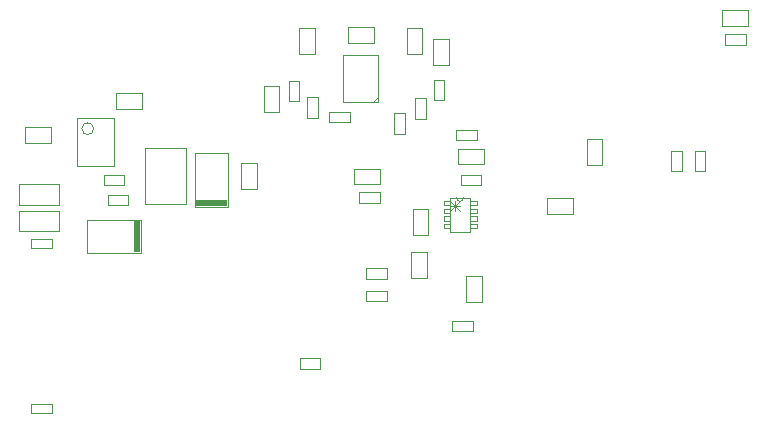
<source format=gbr>
%TF.GenerationSoftware,Altium Limited,Altium Designer,19.0.15 (446)*%
G04 Layer_Color=16711935*
%FSLAX25Y25*%
%MOIN*%
%TF.FileFunction,Other,Mechanical_13*%
%TF.Part,Single*%
G01*
G75*
%TA.AperFunction,NonConductor*%
%ADD73C,0.00394*%
%ADD80C,0.00300*%
%ADD99C,0.00000*%
%ADD100C,0.00100*%
%ADD101R,0.10984X0.02383*%
%ADD102R,0.02383X0.10984*%
D73*
X28248Y110807D02*
G03*
X28248Y110807I-1969J0D01*
G01*
X96913Y30728D02*
Y34272D01*
X103803Y30728D02*
Y34272D01*
X96913D02*
X103803D01*
X96913Y30728D02*
X103803D01*
X192602Y98545D02*
X197720D01*
X192602Y107206D02*
X197720D01*
X192602Y98545D02*
Y107206D01*
X197720Y98545D02*
Y107206D01*
X16693Y85373D02*
Y92262D01*
X3307Y85373D02*
Y92262D01*
Y85373D02*
X16693D01*
X3307Y92262D02*
X16693D01*
Y76555D02*
Y83445D01*
X3307Y76555D02*
Y83445D01*
Y76555D02*
X16693D01*
X3307Y83445D02*
X16693D01*
X134083Y69721D02*
X139201D01*
X134083Y61059D02*
X139201D01*
Y69721D01*
X134083Y61059D02*
Y69721D01*
X123705Y86119D02*
Y89662D01*
X116815Y86119D02*
Y89662D01*
Y86119D02*
X123705D01*
X116815Y89662D02*
X123705D01*
X115142Y92258D02*
Y97376D01*
X123803Y92258D02*
Y97376D01*
X115142D02*
X123803D01*
X115142Y92258D02*
X123803D01*
X106815Y112980D02*
Y116524D01*
X113705Y112980D02*
Y116524D01*
X106815D02*
X113705D01*
X106815Y112980D02*
X113705D01*
X128498Y109055D02*
X132041D01*
X128498Y115945D02*
X132041D01*
X128498Y109055D02*
Y115945D01*
X132041Y109055D02*
Y115945D01*
X179311Y82441D02*
X187972D01*
X179311Y87559D02*
X187972D01*
Y82441D02*
Y87559D01*
X179311Y82441D02*
Y87559D01*
X45512Y85748D02*
X58898D01*
X45512Y104252D02*
X58898D01*
X45512Y85748D02*
Y104252D01*
X58898Y85748D02*
Y104252D01*
X22736Y98209D02*
X34941D01*
X22736Y114350D02*
X34941D01*
Y98209D02*
Y114350D01*
X22736Y98209D02*
Y114350D01*
X99413Y121240D02*
X102957D01*
X99413Y114350D02*
X102957D01*
Y121240D01*
X99413Y114350D02*
Y121240D01*
X135331Y121024D02*
X138874D01*
X135331Y114134D02*
X138874D01*
Y121024D01*
X135331Y114134D02*
Y121024D01*
X121193Y119547D02*
X123161Y121516D01*
Y119547D02*
Y135453D01*
X111350D02*
X123161D01*
X111350Y119547D02*
Y135453D01*
Y119547D02*
X123161D01*
X93228Y126768D02*
X96772D01*
X93228Y119878D02*
X96772D01*
Y126768D01*
X93228Y119878D02*
Y126768D01*
X141598Y127146D02*
X145142D01*
X141598Y120256D02*
X145142D01*
Y127146D01*
X141598Y120256D02*
Y127146D01*
X96842Y144331D02*
X101961D01*
X96842Y135669D02*
X101961D01*
Y144331D01*
X96842Y135669D02*
Y144331D01*
X132701Y135669D02*
X137819D01*
X132701Y144331D02*
X137819D01*
X132701Y135669D02*
Y144331D01*
X137819Y135669D02*
Y144331D01*
X84941Y124941D02*
X90059D01*
X84941Y116279D02*
X90059D01*
Y124941D01*
X84941Y116279D02*
Y124941D01*
X141441Y132028D02*
X146559D01*
X141441Y140689D02*
X146559D01*
X141441Y132028D02*
Y140689D01*
X146559Y132028D02*
Y140689D01*
X121587Y139449D02*
Y144567D01*
X112925Y139449D02*
Y144567D01*
Y139449D02*
X121587D01*
X112925Y144567D02*
X121587D01*
X220728Y103445D02*
X224272D01*
X220728Y96555D02*
X224272D01*
Y103445D01*
X220728Y96555D02*
Y103445D01*
X228602Y96555D02*
X232146D01*
X228602Y103445D02*
X232146D01*
X228602Y96555D02*
Y103445D01*
X232146Y96555D02*
Y103445D01*
X245571Y138779D02*
Y142323D01*
X238681Y138779D02*
Y142323D01*
Y138779D02*
X245571D01*
X238681Y142323D02*
X245571D01*
X237795Y145079D02*
Y150197D01*
X246457Y145079D02*
Y150197D01*
X237795D02*
X246457D01*
X237795Y145079D02*
X246457D01*
X154591Y43228D02*
Y46772D01*
X147701Y43228D02*
Y46772D01*
Y43228D02*
X154591D01*
X147701Y46772D02*
X154591D01*
X14291Y15925D02*
Y19075D01*
X7205Y15925D02*
Y19075D01*
Y15925D02*
X14291D01*
X7205Y19075D02*
X14291D01*
X157445Y91913D02*
Y95457D01*
X150555Y91913D02*
Y95457D01*
Y91913D02*
X157445D01*
X150555Y95457D02*
X157445D01*
X149055Y106870D02*
Y110413D01*
X155945Y106870D02*
Y110413D01*
X149055D02*
X155945D01*
X149055Y106870D02*
X155945D01*
X149669Y99000D02*
Y104118D01*
X158331Y99000D02*
Y104118D01*
X149669D02*
X158331D01*
X149669Y99000D02*
X158331D01*
X152441Y53169D02*
X157559D01*
X152441Y61831D02*
X157559D01*
X152441Y53169D02*
Y61831D01*
X157559Y53169D02*
Y61831D01*
X134575Y75358D02*
X139693D01*
X134575Y84020D02*
X139693D01*
X134575Y75358D02*
Y84020D01*
X139693Y75358D02*
Y84020D01*
X62008Y84827D02*
X72992D01*
X62008Y102543D02*
X72992D01*
X62008Y84827D02*
Y102543D01*
X72992Y84827D02*
Y102543D01*
X43858Y69508D02*
Y80492D01*
X26142Y69508D02*
Y80492D01*
Y69508D02*
X43858D01*
X26142Y80492D02*
X43858D01*
X119055Y56772D02*
X125945D01*
X119055Y53228D02*
X125945D01*
X119055D02*
Y56772D01*
X125945Y53228D02*
Y56772D01*
X32913Y85256D02*
X39803D01*
X32913Y88799D02*
X39803D01*
Y85256D02*
Y88799D01*
X32913Y85256D02*
Y88799D01*
X119055Y60728D02*
X125945D01*
X119055Y64272D02*
X125945D01*
Y60728D02*
Y64272D01*
X119055Y60728D02*
Y64272D01*
X31555Y91913D02*
X38445D01*
X31555Y95457D02*
X38445D01*
Y91913D02*
Y95457D01*
X31555Y91913D02*
Y95457D01*
X14291Y70925D02*
Y74075D01*
X7205Y70925D02*
Y74075D01*
Y70925D02*
X14291D01*
X7205Y74075D02*
X14291D01*
X5197Y111201D02*
X13858D01*
X5197Y106083D02*
X13858D01*
X5197D02*
Y111201D01*
X13858Y106083D02*
Y111201D01*
X35669Y122559D02*
X44331D01*
X35669Y117441D02*
X44331D01*
X35669D02*
Y122559D01*
X44331Y117441D02*
Y122559D01*
X82559Y90669D02*
Y99331D01*
X77441Y90669D02*
Y99331D01*
X82559D01*
X77441Y90669D02*
X82559D01*
D80*
X147162Y86680D02*
X150495Y83347D01*
X147162D02*
X150495Y86680D01*
X147162Y85013D02*
X150495D01*
X148828Y83347D02*
Y86680D01*
D99*
X149162Y87814D02*
G03*
X151562Y87814I1200J0D01*
G01*
D100*
X146912Y85253D02*
Y86653D01*
X144862D02*
X146912D01*
X144862Y85253D02*
Y86653D01*
Y85253D02*
X146912D01*
Y82694D02*
Y84094D01*
X144862D02*
X146912D01*
X144862Y82694D02*
Y84094D01*
Y82694D02*
X146912D01*
Y80135D02*
Y81535D01*
X144862D02*
X146912D01*
X144862Y80135D02*
Y81535D01*
Y80135D02*
X146912D01*
Y77576D02*
Y78976D01*
X144862D02*
X146912D01*
X144862Y77576D02*
Y78976D01*
Y77576D02*
X146912D01*
X153812D02*
Y78976D01*
Y77576D02*
X155862D01*
Y78976D01*
X153812D02*
X155862D01*
X153812Y80135D02*
Y81535D01*
Y80135D02*
X155862D01*
Y81535D01*
X153812D02*
X155862D01*
X153812Y82694D02*
Y84094D01*
Y82694D02*
X155862D01*
Y84094D01*
X153812D02*
X155862D01*
X153812Y85253D02*
Y86653D01*
Y85253D02*
X155862D01*
Y86653D01*
X153812D02*
X155862D01*
X146912Y76414D02*
X153812D01*
Y87814D01*
X146912D02*
X153812D01*
X146912Y76414D02*
Y87814D01*
D101*
X67500Y86018D02*
D03*
D102*
X42667Y75000D02*
D03*
%TF.MD5,95577763e41f039236047c3c81a4cc45*%
M02*

</source>
